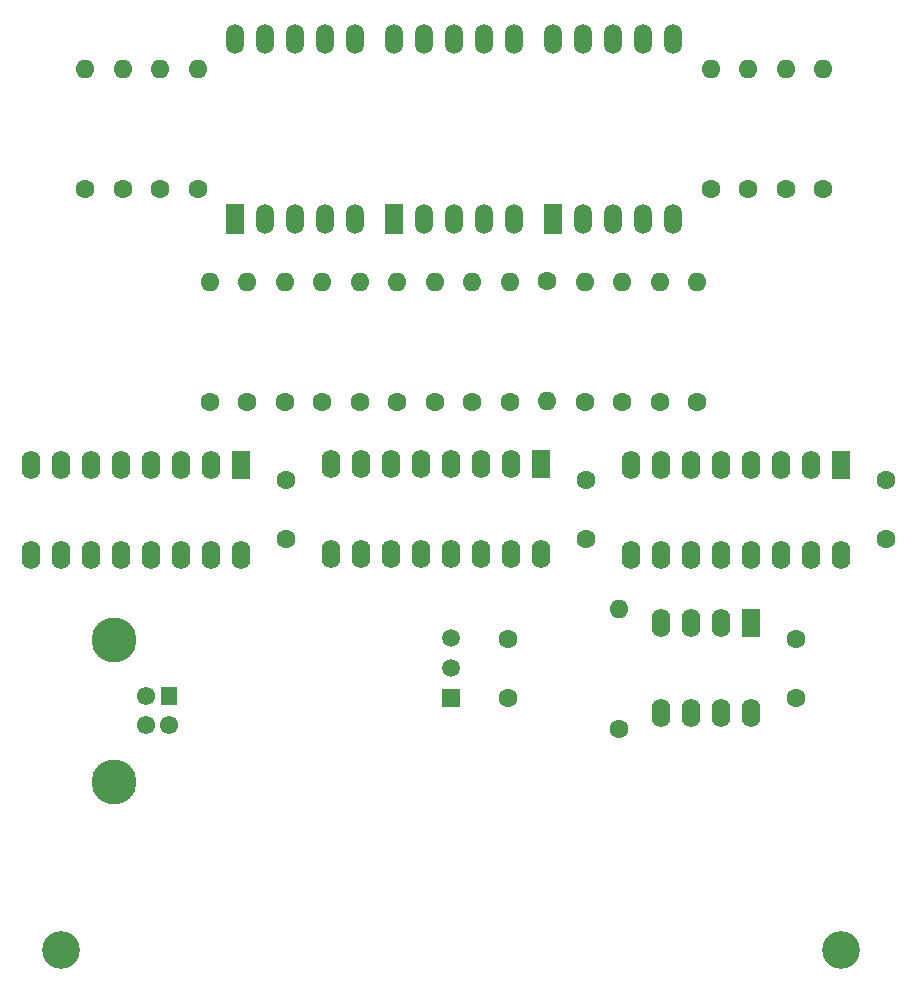
<source format=gts>
G04 #@! TF.GenerationSoftware,KiCad,Pcbnew,7.0.10*
G04 #@! TF.CreationDate,2024-02-08T18:01:21+11:00*
G04 #@! TF.ProjectId,Desktop Thermometer USB-2,4465736b-746f-4702-9054-6865726d6f6d,rev?*
G04 #@! TF.SameCoordinates,Original*
G04 #@! TF.FileFunction,Soldermask,Top*
G04 #@! TF.FilePolarity,Negative*
%FSLAX46Y46*%
G04 Gerber Fmt 4.6, Leading zero omitted, Abs format (unit mm)*
G04 Created by KiCad (PCBNEW 7.0.10) date 2024-02-08 18:01:21*
%MOMM*%
%LPD*%
G01*
G04 APERTURE LIST*
%ADD10C,1.600000*%
%ADD11O,1.600000X1.600000*%
%ADD12R,1.600000X2.400000*%
%ADD13O,1.600000X2.400000*%
%ADD14R,1.524000X2.524000*%
%ADD15O,1.524000X2.524000*%
%ADD16C,3.200000*%
%ADD17C,1.500000*%
%ADD18R,1.500000X1.500000*%
%ADD19R,1.428000X1.550000*%
%ADD20C,1.550000*%
%ADD21C,3.800000*%
G04 APERTURE END LIST*
D10*
X142001000Y-103179000D03*
X142001000Y-108179000D03*
X123205000Y-94717000D03*
X123205000Y-89717000D03*
X126253000Y-83073000D03*
D11*
X126253000Y-72913000D03*
D12*
X144780000Y-88392000D03*
D13*
X142240000Y-88392000D03*
X139700000Y-88392000D03*
X137160000Y-88392000D03*
X134620000Y-88392000D03*
X132080000Y-88392000D03*
X129540000Y-88392000D03*
X127000000Y-88392000D03*
X127000000Y-96012000D03*
X129540000Y-96012000D03*
X132080000Y-96012000D03*
X134620000Y-96012000D03*
X137160000Y-96012000D03*
X139700000Y-96012000D03*
X142240000Y-96012000D03*
X144780000Y-96012000D03*
D10*
X165496000Y-65039000D03*
D11*
X165496000Y-54879000D03*
D14*
X118879000Y-67579000D03*
D15*
X121419000Y-67579000D03*
X123959000Y-67579000D03*
X126499000Y-67579000D03*
X129039000Y-67579000D03*
X129039000Y-52339000D03*
X126499000Y-52339000D03*
X123959000Y-52339000D03*
X121419000Y-52339000D03*
X118879000Y-52339000D03*
D10*
X115712000Y-65039000D03*
D11*
X115712000Y-54879000D03*
D12*
X119395000Y-88407000D03*
D13*
X116855000Y-88407000D03*
X114315000Y-88407000D03*
X111775000Y-88407000D03*
X109235000Y-88407000D03*
X106695000Y-88407000D03*
X104155000Y-88407000D03*
X101615000Y-88407000D03*
X101615000Y-96027000D03*
X104155000Y-96027000D03*
X106695000Y-96027000D03*
X109235000Y-96027000D03*
X111775000Y-96027000D03*
X114315000Y-96027000D03*
X116855000Y-96027000D03*
X119395000Y-96027000D03*
D10*
X142128000Y-83073000D03*
D11*
X142128000Y-72913000D03*
D10*
X168671000Y-65039000D03*
D11*
X168671000Y-54879000D03*
D10*
X151399000Y-110759000D03*
D11*
X151399000Y-100599000D03*
D10*
X151653000Y-83073000D03*
D11*
X151653000Y-72913000D03*
D10*
X138953000Y-83073000D03*
D11*
X138953000Y-72913000D03*
D12*
X162565000Y-101854000D03*
D13*
X160025000Y-101854000D03*
X157485000Y-101854000D03*
X154945000Y-101854000D03*
X154945000Y-109474000D03*
X157485000Y-109474000D03*
X160025000Y-109474000D03*
X162565000Y-109474000D03*
D10*
X112537000Y-65039000D03*
D11*
X112537000Y-54879000D03*
D10*
X116728000Y-83073000D03*
D11*
X116728000Y-72913000D03*
D10*
X129428000Y-83073000D03*
D11*
X129428000Y-72913000D03*
D10*
X135778000Y-83073000D03*
D11*
X135778000Y-72913000D03*
D12*
X170195000Y-88407000D03*
D13*
X167655000Y-88407000D03*
X165115000Y-88407000D03*
X162575000Y-88407000D03*
X160035000Y-88407000D03*
X157495000Y-88407000D03*
X154955000Y-88407000D03*
X152415000Y-88407000D03*
X152415000Y-96027000D03*
X154955000Y-96027000D03*
X157495000Y-96027000D03*
X160035000Y-96027000D03*
X162575000Y-96027000D03*
X165115000Y-96027000D03*
X167655000Y-96027000D03*
X170195000Y-96027000D03*
D16*
X104140000Y-129540000D03*
D17*
X137181000Y-103124000D03*
X137181000Y-105664000D03*
D18*
X137181000Y-108204000D03*
D10*
X159146000Y-65039000D03*
D11*
X159146000Y-54879000D03*
D14*
X145811000Y-67579000D03*
D15*
X148351000Y-67579000D03*
X150891000Y-67579000D03*
X153431000Y-67579000D03*
X155971000Y-67579000D03*
X155971000Y-52339000D03*
X153431000Y-52339000D03*
X150891000Y-52339000D03*
X148351000Y-52339000D03*
X145811000Y-52339000D03*
D10*
X148605000Y-94717000D03*
X148605000Y-89717000D03*
X145303000Y-72898000D03*
D11*
X145303000Y-83058000D03*
D10*
X119903000Y-83073000D03*
D11*
X119903000Y-72913000D03*
D14*
X132341000Y-67579000D03*
D15*
X134881000Y-67579000D03*
X137421000Y-67579000D03*
X139961000Y-67579000D03*
X142501000Y-67579000D03*
X142501000Y-52339000D03*
X139961000Y-52339000D03*
X137421000Y-52339000D03*
X134881000Y-52339000D03*
X132341000Y-52339000D03*
D10*
X162321000Y-65039000D03*
D11*
X162321000Y-54879000D03*
D10*
X132603000Y-83073000D03*
D11*
X132603000Y-72913000D03*
D10*
X109362000Y-65039000D03*
D11*
X109362000Y-54879000D03*
D10*
X158003000Y-83073000D03*
D11*
X158003000Y-72913000D03*
D10*
X174005000Y-94717000D03*
X174005000Y-89717000D03*
D16*
X170180000Y-129540000D03*
D10*
X148478000Y-83073000D03*
D11*
X148478000Y-72913000D03*
D10*
X154828000Y-83073000D03*
D11*
X154828000Y-72913000D03*
D10*
X123078000Y-83073000D03*
D11*
X123078000Y-72913000D03*
D10*
X166385000Y-103179000D03*
X166385000Y-108179000D03*
X106187000Y-65039000D03*
D11*
X106187000Y-54879000D03*
D19*
X113300000Y-107989250D03*
D20*
X113300000Y-110489250D03*
X111300000Y-110489250D03*
X111300000Y-107989250D03*
D21*
X108590000Y-115259250D03*
X108590000Y-103219250D03*
M02*

</source>
